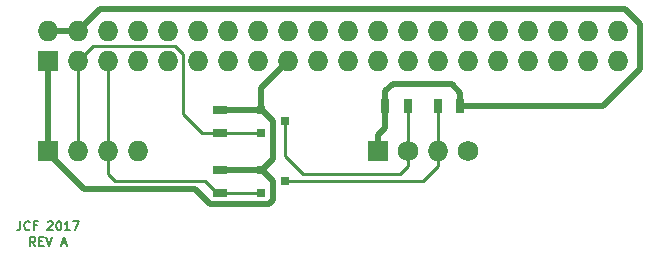
<source format=gbr>
%TF.GenerationSoftware,KiCad,Pcbnew,5.1.6+dfsg1-1~bpo10+1*%
%TF.CreationDate,2020-07-13T16:37:17+08:00*%
%TF.ProjectId,Pi-I2C,50692d49-3243-42e6-9b69-6361645f7063,rev?*%
%TF.SameCoordinates,Original*%
%TF.FileFunction,Copper,L1,Top*%
%TF.FilePolarity,Positive*%
%FSLAX46Y46*%
G04 Gerber Fmt 4.6, Leading zero omitted, Abs format (unit mm)*
G04 Created by KiCad (PCBNEW 5.1.6+dfsg1-1~bpo10+1) date 2020-07-13 16:37:17*
%MOMM*%
%LPD*%
G01*
G04 APERTURE LIST*
%TA.AperFunction,NonConductor*%
%ADD10C,0.190500*%
%TD*%
%TA.AperFunction,ComponentPad*%
%ADD11R,1.727200X1.727200*%
%TD*%
%TA.AperFunction,ComponentPad*%
%ADD12C,1.727200*%
%TD*%
%TA.AperFunction,ComponentPad*%
%ADD13O,1.727200X1.727200*%
%TD*%
%TA.AperFunction,SMDPad,CuDef*%
%ADD14R,0.800100X0.800100*%
%TD*%
%TA.AperFunction,SMDPad,CuDef*%
%ADD15R,1.300000X0.700000*%
%TD*%
%TA.AperFunction,SMDPad,CuDef*%
%ADD16R,0.700000X1.300000*%
%TD*%
%TA.AperFunction,Conductor*%
%ADD17C,0.508000*%
%TD*%
%TA.AperFunction,Conductor*%
%ADD18C,0.254000*%
%TD*%
G04 APERTURE END LIST*
D10*
X148789571Y-91625964D02*
X148789571Y-92170250D01*
X148753285Y-92279107D01*
X148680714Y-92351678D01*
X148571857Y-92387964D01*
X148499285Y-92387964D01*
X149587857Y-92315392D02*
X149551571Y-92351678D01*
X149442714Y-92387964D01*
X149370142Y-92387964D01*
X149261285Y-92351678D01*
X149188714Y-92279107D01*
X149152428Y-92206535D01*
X149116142Y-92061392D01*
X149116142Y-91952535D01*
X149152428Y-91807392D01*
X149188714Y-91734821D01*
X149261285Y-91662250D01*
X149370142Y-91625964D01*
X149442714Y-91625964D01*
X149551571Y-91662250D01*
X149587857Y-91698535D01*
X150168428Y-91988821D02*
X149914428Y-91988821D01*
X149914428Y-92387964D02*
X149914428Y-91625964D01*
X150277285Y-91625964D01*
X151111857Y-91698535D02*
X151148142Y-91662250D01*
X151220714Y-91625964D01*
X151402142Y-91625964D01*
X151474714Y-91662250D01*
X151511000Y-91698535D01*
X151547285Y-91771107D01*
X151547285Y-91843678D01*
X151511000Y-91952535D01*
X151075571Y-92387964D01*
X151547285Y-92387964D01*
X152019000Y-91625964D02*
X152091571Y-91625964D01*
X152164142Y-91662250D01*
X152200428Y-91698535D01*
X152236714Y-91771107D01*
X152273000Y-91916250D01*
X152273000Y-92097678D01*
X152236714Y-92242821D01*
X152200428Y-92315392D01*
X152164142Y-92351678D01*
X152091571Y-92387964D01*
X152019000Y-92387964D01*
X151946428Y-92351678D01*
X151910142Y-92315392D01*
X151873857Y-92242821D01*
X151837571Y-92097678D01*
X151837571Y-91916250D01*
X151873857Y-91771107D01*
X151910142Y-91698535D01*
X151946428Y-91662250D01*
X152019000Y-91625964D01*
X152998714Y-92387964D02*
X152563285Y-92387964D01*
X152781000Y-92387964D02*
X152781000Y-91625964D01*
X152708428Y-91734821D01*
X152635857Y-91807392D01*
X152563285Y-91843678D01*
X153252714Y-91625964D02*
X153760714Y-91625964D01*
X153434142Y-92387964D01*
X150077714Y-93721464D02*
X149823714Y-93358607D01*
X149642285Y-93721464D02*
X149642285Y-92959464D01*
X149932571Y-92959464D01*
X150005142Y-92995750D01*
X150041428Y-93032035D01*
X150077714Y-93104607D01*
X150077714Y-93213464D01*
X150041428Y-93286035D01*
X150005142Y-93322321D01*
X149932571Y-93358607D01*
X149642285Y-93358607D01*
X150404285Y-93322321D02*
X150658285Y-93322321D01*
X150767142Y-93721464D02*
X150404285Y-93721464D01*
X150404285Y-92959464D01*
X150767142Y-92959464D01*
X150984857Y-92959464D02*
X151238857Y-93721464D01*
X151492857Y-92959464D01*
X152291142Y-93503750D02*
X152654000Y-93503750D01*
X152218571Y-93721464D02*
X152472571Y-92959464D01*
X152726571Y-93721464D01*
D11*
%TO.P,P3,1*%
%TO.N,+5V*%
X179070000Y-85725000D03*
D12*
%TO.P,P3,2*%
%TO.N,/SDA1_5V*%
X181610000Y-85725000D03*
D13*
%TO.P,P3,3*%
%TO.N,/SCL1_5V*%
X184150000Y-85725000D03*
D12*
%TO.P,P3,4*%
%TO.N,GND*%
X186690000Y-85725000D03*
%TD*%
D13*
%TO.P,P1,2*%
%TO.N,+5V*%
X151130000Y-75565000D03*
D11*
%TO.P,P1,1*%
%TO.N,+3V3*%
X151130000Y-78105000D03*
D13*
%TO.P,P1,4*%
%TO.N,+5V*%
X153670000Y-75565000D03*
%TO.P,P1,3*%
%TO.N,/SDA1*%
X153670000Y-78105000D03*
%TO.P,P1,6*%
%TO.N,GND*%
X156210000Y-75565000D03*
%TO.P,P1,5*%
%TO.N,/SCL1*%
X156210000Y-78105000D03*
%TO.P,P1,8*%
%TO.N,Net-(P1-Pad8)*%
X158750000Y-75565000D03*
%TO.P,P1,7*%
%TO.N,Net-(P1-Pad7)*%
X158750000Y-78105000D03*
%TO.P,P1,10*%
%TO.N,Net-(P1-Pad10)*%
X161290000Y-75565000D03*
%TO.P,P1,9*%
%TO.N,GND*%
X161290000Y-78105000D03*
%TO.P,P1,12*%
%TO.N,Net-(P1-Pad12)*%
X163830000Y-75565000D03*
%TO.P,P1,11*%
%TO.N,Net-(P1-Pad11)*%
X163830000Y-78105000D03*
%TO.P,P1,14*%
%TO.N,GND*%
X166370000Y-75565000D03*
%TO.P,P1,13*%
%TO.N,Net-(P1-Pad13)*%
X166370000Y-78105000D03*
%TO.P,P1,16*%
%TO.N,Net-(P1-Pad16)*%
X168910000Y-75565000D03*
%TO.P,P1,15*%
%TO.N,Net-(P1-Pad15)*%
X168910000Y-78105000D03*
%TO.P,P1,18*%
%TO.N,Net-(P1-Pad18)*%
X171450000Y-75565000D03*
%TO.P,P1,17*%
%TO.N,+3V3*%
X171450000Y-78105000D03*
%TO.P,P1,20*%
%TO.N,GND*%
X173990000Y-75565000D03*
%TO.P,P1,19*%
%TO.N,Net-(P1-Pad19)*%
X173990000Y-78105000D03*
%TO.P,P1,22*%
%TO.N,Net-(P1-Pad22)*%
X176530000Y-75565000D03*
%TO.P,P1,21*%
%TO.N,Net-(P1-Pad21)*%
X176530000Y-78105000D03*
%TO.P,P1,24*%
%TO.N,Net-(P1-Pad24)*%
X179070000Y-75565000D03*
%TO.P,P1,23*%
%TO.N,Net-(P1-Pad23)*%
X179070000Y-78105000D03*
%TO.P,P1,26*%
%TO.N,Net-(P1-Pad26)*%
X181610000Y-75565000D03*
%TO.P,P1,25*%
%TO.N,GND*%
X181610000Y-78105000D03*
%TO.P,P1,28*%
%TO.N,Net-(P1-Pad28)*%
X184150000Y-75565000D03*
%TO.P,P1,27*%
%TO.N,Net-(P1-Pad27)*%
X184150000Y-78105000D03*
%TO.P,P1,30*%
%TO.N,GND*%
X186690000Y-75565000D03*
%TO.P,P1,29*%
%TO.N,Net-(P1-Pad29)*%
X186690000Y-78105000D03*
%TO.P,P1,32*%
%TO.N,Net-(P1-Pad32)*%
X189230000Y-75565000D03*
%TO.P,P1,31*%
%TO.N,Net-(P1-Pad31)*%
X189230000Y-78105000D03*
%TO.P,P1,34*%
%TO.N,GND*%
X191770000Y-75565000D03*
%TO.P,P1,33*%
%TO.N,Net-(P1-Pad33)*%
X191770000Y-78105000D03*
%TO.P,P1,36*%
%TO.N,Net-(P1-Pad36)*%
X194310000Y-75565000D03*
%TO.P,P1,35*%
%TO.N,Net-(P1-Pad35)*%
X194310000Y-78105000D03*
%TO.P,P1,38*%
%TO.N,Net-(P1-Pad38)*%
X196850000Y-75565000D03*
%TO.P,P1,37*%
%TO.N,Net-(P1-Pad37)*%
X196850000Y-78105000D03*
%TO.P,P1,40*%
%TO.N,Net-(P1-Pad40)*%
X199390000Y-75565000D03*
%TO.P,P1,39*%
%TO.N,GND*%
X199390000Y-78105000D03*
%TD*%
D14*
%TO.P,Q2,1*%
%TO.N,+3V3*%
X169179240Y-87315000D03*
%TO.P,Q2,2*%
%TO.N,/SCL1*%
X169179240Y-89215000D03*
%TO.P,Q2,3*%
%TO.N,/SCL1_5V*%
X171178220Y-88265000D03*
%TD*%
D11*
%TO.P,P2,1*%
%TO.N,+3V3*%
X151130000Y-85725000D03*
D13*
%TO.P,P2,2*%
%TO.N,/SDA1*%
X153670000Y-85725000D03*
%TO.P,P2,3*%
%TO.N,/SCL1*%
X156210000Y-85725000D03*
%TO.P,P2,4*%
%TO.N,GND*%
X158750000Y-85725000D03*
%TD*%
D14*
%TO.P,Q1,1*%
%TO.N,+3V3*%
X169179240Y-82235000D03*
%TO.P,Q1,2*%
%TO.N,/SDA1*%
X169179240Y-84135000D03*
%TO.P,Q1,3*%
%TO.N,/SDA1_5V*%
X171178220Y-83185000D03*
%TD*%
D15*
%TO.P,R1,1*%
%TO.N,+3V3*%
X165735000Y-82235000D03*
%TO.P,R1,2*%
%TO.N,/SDA1*%
X165735000Y-84135000D03*
%TD*%
%TO.P,R2,1*%
%TO.N,+3V3*%
X165735000Y-87315000D03*
%TO.P,R2,2*%
%TO.N,/SCL1*%
X165735000Y-89215000D03*
%TD*%
D16*
%TO.P,R3,1*%
%TO.N,+5V*%
X179710000Y-81915000D03*
%TO.P,R3,2*%
%TO.N,/SDA1_5V*%
X181610000Y-81915000D03*
%TD*%
%TO.P,R4,1*%
%TO.N,+5V*%
X186050000Y-81915000D03*
%TO.P,R4,2*%
%TO.N,/SCL1_5V*%
X184150000Y-81915000D03*
%TD*%
D17*
%TO.N,+3V3*%
X169179240Y-87315000D02*
X169230000Y-87315000D01*
X169230000Y-87315000D02*
X170180000Y-88265000D01*
X154152600Y-88900000D02*
X151130000Y-85877400D01*
X170180000Y-88265000D02*
X170180000Y-89837302D01*
X170180000Y-89837302D02*
X169847302Y-90170000D01*
X169847302Y-90170000D02*
X164867038Y-90170000D01*
X164867038Y-90170000D02*
X163597038Y-88900000D01*
X163597038Y-88900000D02*
X154152600Y-88900000D01*
X151130000Y-85877400D02*
X151130000Y-85725000D01*
X165735000Y-82235000D02*
X169179240Y-82235000D01*
X169179240Y-87315000D02*
X165735000Y-87315000D01*
X169225000Y-87315000D02*
X170180000Y-86360000D01*
X169179240Y-87315000D02*
X169225000Y-87315000D01*
X170180000Y-83185000D02*
X170180000Y-86360000D01*
X169230000Y-82235000D02*
X170180000Y-83185000D01*
X169179240Y-82235000D02*
X169230000Y-82235000D01*
X169179240Y-82235000D02*
X169179240Y-80375760D01*
X169179240Y-80375760D02*
X171450000Y-78105000D01*
X151130000Y-85725000D02*
X151130000Y-78105000D01*
%TO.N,+5V*%
X186050000Y-81915000D02*
X186050000Y-80757000D01*
X186050000Y-80757000D02*
X185303000Y-80010000D01*
X185303000Y-80010000D02*
X180340000Y-80010000D01*
X180340000Y-80010000D02*
X179710000Y-80640000D01*
X179710000Y-80640000D02*
X179710000Y-81915000D01*
X179070000Y-85725000D02*
X179070000Y-84353400D01*
X179070000Y-84353400D02*
X179710000Y-83713400D01*
X179710000Y-83713400D02*
X179710000Y-81915000D01*
X186685000Y-81915000D02*
X186050000Y-81915000D01*
X153670000Y-75565000D02*
X155575000Y-73660000D01*
X155575000Y-73660000D02*
X200025000Y-73660000D01*
X200025000Y-73660000D02*
X201295000Y-74930000D01*
X201295000Y-74930000D02*
X201295000Y-78740000D01*
X201295000Y-78740000D02*
X198120000Y-81915000D01*
X198120000Y-81915000D02*
X186685000Y-81915000D01*
X179710000Y-81915000D02*
X179710000Y-81615000D01*
X179710000Y-81615000D02*
X179705000Y-81610000D01*
X151130000Y-75565000D02*
X153670000Y-75565000D01*
D18*
%TO.N,/SDA1*%
X162560000Y-82550000D02*
X164145000Y-84135000D01*
X162560000Y-77470000D02*
X162560000Y-82550000D01*
X161925000Y-76835000D02*
X162560000Y-77470000D01*
X154940000Y-76835000D02*
X161925000Y-76835000D01*
X153670000Y-78105000D02*
X154940000Y-76835000D01*
X169179240Y-84135000D02*
X165735000Y-84135000D01*
X164145000Y-84135000D02*
X165735000Y-84135000D01*
X153670000Y-85725000D02*
X153670000Y-78105000D01*
%TO.N,/SCL1*%
X165735000Y-89215000D02*
X169179240Y-89215000D01*
X156210000Y-85725000D02*
X156210000Y-87630000D01*
X156210000Y-87630000D02*
X156845000Y-88265000D01*
X156845000Y-88265000D02*
X164465000Y-88265000D01*
X164465000Y-88265000D02*
X165415000Y-89215000D01*
X165415000Y-89215000D02*
X165735000Y-89215000D01*
X156210000Y-85725000D02*
X156210000Y-78105000D01*
%TO.N,/SDA1_5V*%
X180975000Y-87630000D02*
X181610000Y-86995000D01*
X181610000Y-86995000D02*
X181610000Y-85725000D01*
X172720000Y-87630000D02*
X180975000Y-87630000D01*
X171178220Y-86088220D02*
X172720000Y-87630000D01*
X171178220Y-83185000D02*
X171178220Y-86088220D01*
X181610000Y-81915000D02*
X181610000Y-85725000D01*
%TO.N,/SCL1_5V*%
X184150000Y-86995000D02*
X184150000Y-85725000D01*
X182880000Y-88265000D02*
X184150000Y-86995000D01*
X171178220Y-88265000D02*
X182880000Y-88265000D01*
X184150000Y-85725000D02*
X184150000Y-81915000D01*
%TD*%
M02*

</source>
